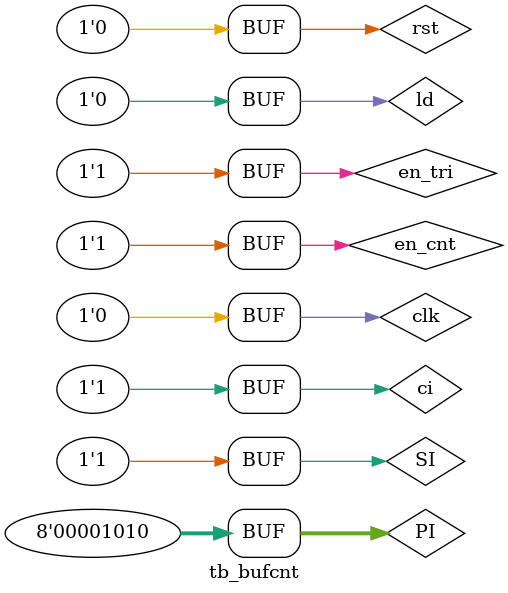
<source format=v>
`timescale 1ns/1ns

module tb_bufcnt();
    reg clk = 0 , rst = 0 , ld = 1 , ci = 1 , en_cnt = 1 , en_tri = 1 , SI = 0;
    reg [7:0] PI = 8'b00001010;
    wire co , SO;

    buf_cnt uu2(.clk(clk) , .rst(rst) , .ld(ld) , .ci(ci) , .en_cnt(en_cnt) , .en_tri(en_tri) , .SI(SI) , .PI(PI) , .co(co) , .SO(SO));
    initial repeat(80) #500 clk = ~clk;
    initial begin
	#600 ld = 0 ;
             SI = 1;
	#1020 SI = 0;
	#1000 SI = 0;
	#500 SI = 1;
    end
endmodule
	

</source>
